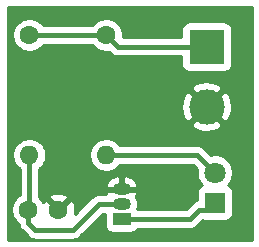
<source format=gbr>
G04 #@! TF.GenerationSoftware,KiCad,Pcbnew,(5.1.5)-3*
G04 #@! TF.CreationDate,2020-11-04T23:24:00+03:00*
G04 #@! TF.ProjectId,dark dedector,6461726b-2064-4656-9465-63746f722e6b,rev?*
G04 #@! TF.SameCoordinates,Original*
G04 #@! TF.FileFunction,Copper,L2,Bot*
G04 #@! TF.FilePolarity,Positive*
%FSLAX46Y46*%
G04 Gerber Fmt 4.6, Leading zero omitted, Abs format (unit mm)*
G04 Created by KiCad (PCBNEW (5.1.5)-3) date 2020-11-04 23:24:00*
%MOMM*%
%LPD*%
G04 APERTURE LIST*
%ADD10O,1.600000X1.600000*%
%ADD11C,1.600000*%
%ADD12R,3.000000X3.000000*%
%ADD13C,3.000000*%
%ADD14R,1.800000X1.800000*%
%ADD15C,1.800000*%
%ADD16O,1.500000X1.050000*%
%ADD17R,1.500000X1.050000*%
%ADD18C,0.400000*%
%ADD19C,0.254000*%
G04 APERTURE END LIST*
D10*
X90000000Y-83160000D03*
D11*
X90000000Y-73000000D03*
D10*
X83500000Y-83160000D03*
D11*
X83500000Y-73000000D03*
D12*
X98500000Y-74000000D03*
D13*
X98500000Y-79080000D03*
D14*
X99200000Y-87200000D03*
D15*
X99200000Y-84660000D03*
D16*
X91300000Y-87330000D03*
X91300000Y-86060000D03*
D17*
X91300000Y-88600000D03*
D11*
X83400000Y-87800000D03*
X85940000Y-87800000D03*
D18*
X91000000Y-74000000D02*
X90000000Y-73000000D01*
X98500000Y-74000000D02*
X91000000Y-74000000D01*
X90000000Y-73000000D02*
X83500000Y-73000000D01*
X91300000Y-88600000D02*
X97100000Y-88600000D01*
X97100000Y-88600000D02*
X97900000Y-87800000D01*
X98600000Y-87800000D02*
X99200000Y-87200000D01*
X97900000Y-87800000D02*
X98600000Y-87800000D01*
X97700000Y-83160000D02*
X99200000Y-84660000D01*
X90000000Y-83160000D02*
X97700000Y-83160000D01*
X83500000Y-87700000D02*
X83400000Y-87800000D01*
X83500000Y-83160000D02*
X83500000Y-87700000D01*
X83400000Y-88931370D02*
X83968630Y-89500000D01*
X83400000Y-87800000D02*
X83400000Y-88931370D01*
X83968630Y-89500000D02*
X87200000Y-89500000D01*
X89370000Y-87330000D02*
X91300000Y-87330000D01*
X87200000Y-89500000D02*
X89370000Y-87330000D01*
D19*
G36*
X102340001Y-90340000D02*
G01*
X81660000Y-90340000D01*
X81660000Y-87658665D01*
X81965000Y-87658665D01*
X81965000Y-87941335D01*
X82020147Y-88218574D01*
X82128320Y-88479727D01*
X82285363Y-88714759D01*
X82485241Y-88914637D01*
X82564530Y-88967616D01*
X82577082Y-89095058D01*
X82624828Y-89252456D01*
X82702364Y-89397515D01*
X82702365Y-89397516D01*
X82806710Y-89524661D01*
X82838574Y-89550811D01*
X83349188Y-90061426D01*
X83375339Y-90093291D01*
X83502484Y-90197636D01*
X83647543Y-90275172D01*
X83804941Y-90322918D01*
X83927611Y-90335000D01*
X83927621Y-90335000D01*
X83968629Y-90339039D01*
X84009637Y-90335000D01*
X87158982Y-90335000D01*
X87200000Y-90339040D01*
X87241018Y-90335000D01*
X87241019Y-90335000D01*
X87363689Y-90322918D01*
X87521087Y-90275172D01*
X87666146Y-90197636D01*
X87793291Y-90093291D01*
X87819446Y-90061421D01*
X89715868Y-88165000D01*
X89911928Y-88165000D01*
X89911928Y-89125000D01*
X89924188Y-89249482D01*
X89960498Y-89369180D01*
X90019463Y-89479494D01*
X90098815Y-89576185D01*
X90195506Y-89655537D01*
X90305820Y-89714502D01*
X90425518Y-89750812D01*
X90550000Y-89763072D01*
X92050000Y-89763072D01*
X92174482Y-89750812D01*
X92294180Y-89714502D01*
X92404494Y-89655537D01*
X92501185Y-89576185D01*
X92580537Y-89479494D01*
X92604320Y-89435000D01*
X97058982Y-89435000D01*
X97100000Y-89439040D01*
X97141018Y-89435000D01*
X97141019Y-89435000D01*
X97263689Y-89422918D01*
X97421087Y-89375172D01*
X97566146Y-89297636D01*
X97693291Y-89193291D01*
X97719445Y-89161422D01*
X98159819Y-88721050D01*
X98175518Y-88725812D01*
X98300000Y-88738072D01*
X100100000Y-88738072D01*
X100224482Y-88725812D01*
X100344180Y-88689502D01*
X100454494Y-88630537D01*
X100551185Y-88551185D01*
X100630537Y-88454494D01*
X100689502Y-88344180D01*
X100725812Y-88224482D01*
X100738072Y-88100000D01*
X100738072Y-86300000D01*
X100725812Y-86175518D01*
X100689502Y-86055820D01*
X100630537Y-85945506D01*
X100551185Y-85848815D01*
X100454494Y-85769463D01*
X100344180Y-85710498D01*
X100325873Y-85704944D01*
X100392312Y-85638505D01*
X100560299Y-85387095D01*
X100676011Y-85107743D01*
X100735000Y-84811184D01*
X100735000Y-84508816D01*
X100676011Y-84212257D01*
X100560299Y-83932905D01*
X100392312Y-83681495D01*
X100178505Y-83467688D01*
X99927095Y-83299701D01*
X99647743Y-83183989D01*
X99351184Y-83125000D01*
X99048816Y-83125000D01*
X98879539Y-83158671D01*
X98319446Y-82598579D01*
X98293291Y-82566709D01*
X98166146Y-82462364D01*
X98021087Y-82384828D01*
X97863689Y-82337082D01*
X97741019Y-82325000D01*
X97741018Y-82325000D01*
X97700000Y-82320960D01*
X97658982Y-82325000D01*
X91167930Y-82325000D01*
X91114637Y-82245241D01*
X90914759Y-82045363D01*
X90679727Y-81888320D01*
X90418574Y-81780147D01*
X90141335Y-81725000D01*
X89858665Y-81725000D01*
X89581426Y-81780147D01*
X89320273Y-81888320D01*
X89085241Y-82045363D01*
X88885363Y-82245241D01*
X88728320Y-82480273D01*
X88620147Y-82741426D01*
X88565000Y-83018665D01*
X88565000Y-83301335D01*
X88620147Y-83578574D01*
X88728320Y-83839727D01*
X88885363Y-84074759D01*
X89085241Y-84274637D01*
X89320273Y-84431680D01*
X89581426Y-84539853D01*
X89858665Y-84595000D01*
X90141335Y-84595000D01*
X90418574Y-84539853D01*
X90679727Y-84431680D01*
X90914759Y-84274637D01*
X91114637Y-84074759D01*
X91167930Y-83995000D01*
X97354133Y-83995000D01*
X97698671Y-84339539D01*
X97665000Y-84508816D01*
X97665000Y-84811184D01*
X97723989Y-85107743D01*
X97839701Y-85387095D01*
X98007688Y-85638505D01*
X98074127Y-85704944D01*
X98055820Y-85710498D01*
X97945506Y-85769463D01*
X97848815Y-85848815D01*
X97769463Y-85945506D01*
X97710498Y-86055820D01*
X97674188Y-86175518D01*
X97661928Y-86300000D01*
X97661928Y-86999646D01*
X97578913Y-87024828D01*
X97433854Y-87102364D01*
X97355932Y-87166313D01*
X97306709Y-87206709D01*
X97280563Y-87238568D01*
X96754132Y-87765000D01*
X92605240Y-87765000D01*
X92668215Y-87557400D01*
X92690612Y-87330000D01*
X92668215Y-87102600D01*
X92601885Y-86883940D01*
X92501071Y-86695331D01*
X92542275Y-86636882D01*
X92635272Y-86427337D01*
X92643964Y-86365810D01*
X92518163Y-86187000D01*
X91753109Y-86187000D01*
X91752400Y-86186785D01*
X91581979Y-86170000D01*
X91018021Y-86170000D01*
X90847600Y-86186785D01*
X90846891Y-86187000D01*
X90081837Y-86187000D01*
X89956036Y-86365810D01*
X89964728Y-86427337D01*
X89994757Y-86495000D01*
X89411007Y-86495000D01*
X89369999Y-86490961D01*
X89328991Y-86495000D01*
X89328981Y-86495000D01*
X89206311Y-86507082D01*
X89048913Y-86554828D01*
X88903854Y-86632364D01*
X88776709Y-86736709D01*
X88750559Y-86768573D01*
X87319128Y-88200005D01*
X87366300Y-88011816D01*
X87380217Y-87729488D01*
X87338787Y-87449870D01*
X87243603Y-87183708D01*
X87176671Y-87058486D01*
X86932702Y-86986903D01*
X86119605Y-87800000D01*
X86133748Y-87814143D01*
X85954143Y-87993748D01*
X85940000Y-87979605D01*
X85925858Y-87993748D01*
X85746253Y-87814143D01*
X85760395Y-87800000D01*
X84947298Y-86986903D01*
X84703329Y-87058486D01*
X84672806Y-87122992D01*
X84671680Y-87120273D01*
X84514637Y-86885241D01*
X84436694Y-86807298D01*
X85126903Y-86807298D01*
X85940000Y-87620395D01*
X86753097Y-86807298D01*
X86681514Y-86563329D01*
X86426004Y-86442429D01*
X86151816Y-86373700D01*
X85869488Y-86359783D01*
X85589870Y-86401213D01*
X85323708Y-86496397D01*
X85198486Y-86563329D01*
X85126903Y-86807298D01*
X84436694Y-86807298D01*
X84335000Y-86705604D01*
X84335000Y-85754190D01*
X89956036Y-85754190D01*
X90081837Y-85933000D01*
X91173000Y-85933000D01*
X91173000Y-85053402D01*
X91427000Y-85053402D01*
X91427000Y-85933000D01*
X92518163Y-85933000D01*
X92643964Y-85754190D01*
X92635272Y-85692663D01*
X92542275Y-85483118D01*
X92410184Y-85295742D01*
X92244076Y-85137736D01*
X92050334Y-85015172D01*
X91836404Y-84932761D01*
X91610507Y-84893669D01*
X91427000Y-85053402D01*
X91173000Y-85053402D01*
X90989493Y-84893669D01*
X90763596Y-84932761D01*
X90549666Y-85015172D01*
X90355924Y-85137736D01*
X90189816Y-85295742D01*
X90057725Y-85483118D01*
X89964728Y-85692663D01*
X89956036Y-85754190D01*
X84335000Y-85754190D01*
X84335000Y-84327930D01*
X84414759Y-84274637D01*
X84614637Y-84074759D01*
X84771680Y-83839727D01*
X84879853Y-83578574D01*
X84935000Y-83301335D01*
X84935000Y-83018665D01*
X84879853Y-82741426D01*
X84771680Y-82480273D01*
X84614637Y-82245241D01*
X84414759Y-82045363D01*
X84179727Y-81888320D01*
X83918574Y-81780147D01*
X83641335Y-81725000D01*
X83358665Y-81725000D01*
X83081426Y-81780147D01*
X82820273Y-81888320D01*
X82585241Y-82045363D01*
X82385363Y-82245241D01*
X82228320Y-82480273D01*
X82120147Y-82741426D01*
X82065000Y-83018665D01*
X82065000Y-83301335D01*
X82120147Y-83578574D01*
X82228320Y-83839727D01*
X82385363Y-84074759D01*
X82585241Y-84274637D01*
X82665000Y-84327930D01*
X82665001Y-86565252D01*
X82485241Y-86685363D01*
X82285363Y-86885241D01*
X82128320Y-87120273D01*
X82020147Y-87381426D01*
X81965000Y-87658665D01*
X81660000Y-87658665D01*
X81660000Y-80571653D01*
X97187952Y-80571653D01*
X97343962Y-80887214D01*
X97718745Y-81078020D01*
X98123551Y-81192044D01*
X98542824Y-81224902D01*
X98960451Y-81175334D01*
X99360383Y-81045243D01*
X99656038Y-80887214D01*
X99812048Y-80571653D01*
X98500000Y-79259605D01*
X97187952Y-80571653D01*
X81660000Y-80571653D01*
X81660000Y-79122824D01*
X96355098Y-79122824D01*
X96404666Y-79540451D01*
X96534757Y-79940383D01*
X96692786Y-80236038D01*
X97008347Y-80392048D01*
X98320395Y-79080000D01*
X98679605Y-79080000D01*
X99991653Y-80392048D01*
X100307214Y-80236038D01*
X100498020Y-79861255D01*
X100612044Y-79456449D01*
X100644902Y-79037176D01*
X100595334Y-78619549D01*
X100465243Y-78219617D01*
X100307214Y-77923962D01*
X99991653Y-77767952D01*
X98679605Y-79080000D01*
X98320395Y-79080000D01*
X97008347Y-77767952D01*
X96692786Y-77923962D01*
X96501980Y-78298745D01*
X96387956Y-78703551D01*
X96355098Y-79122824D01*
X81660000Y-79122824D01*
X81660000Y-77588347D01*
X97187952Y-77588347D01*
X98500000Y-78900395D01*
X99812048Y-77588347D01*
X99656038Y-77272786D01*
X99281255Y-77081980D01*
X98876449Y-76967956D01*
X98457176Y-76935098D01*
X98039549Y-76984666D01*
X97639617Y-77114757D01*
X97343962Y-77272786D01*
X97187952Y-77588347D01*
X81660000Y-77588347D01*
X81660000Y-72858665D01*
X82065000Y-72858665D01*
X82065000Y-73141335D01*
X82120147Y-73418574D01*
X82228320Y-73679727D01*
X82385363Y-73914759D01*
X82585241Y-74114637D01*
X82820273Y-74271680D01*
X83081426Y-74379853D01*
X83358665Y-74435000D01*
X83641335Y-74435000D01*
X83918574Y-74379853D01*
X84179727Y-74271680D01*
X84414759Y-74114637D01*
X84614637Y-73914759D01*
X84667930Y-73835000D01*
X88832070Y-73835000D01*
X88885363Y-73914759D01*
X89085241Y-74114637D01*
X89320273Y-74271680D01*
X89581426Y-74379853D01*
X89858665Y-74435000D01*
X90141335Y-74435000D01*
X90235417Y-74416286D01*
X90380563Y-74561432D01*
X90406709Y-74593291D01*
X90533854Y-74697636D01*
X90678913Y-74775172D01*
X90836311Y-74822918D01*
X90958981Y-74835000D01*
X90958982Y-74835000D01*
X91000000Y-74839040D01*
X91041018Y-74835000D01*
X96361928Y-74835000D01*
X96361928Y-75500000D01*
X96374188Y-75624482D01*
X96410498Y-75744180D01*
X96469463Y-75854494D01*
X96548815Y-75951185D01*
X96645506Y-76030537D01*
X96755820Y-76089502D01*
X96875518Y-76125812D01*
X97000000Y-76138072D01*
X100000000Y-76138072D01*
X100124482Y-76125812D01*
X100244180Y-76089502D01*
X100354494Y-76030537D01*
X100451185Y-75951185D01*
X100530537Y-75854494D01*
X100589502Y-75744180D01*
X100625812Y-75624482D01*
X100638072Y-75500000D01*
X100638072Y-72500000D01*
X100625812Y-72375518D01*
X100589502Y-72255820D01*
X100530537Y-72145506D01*
X100451185Y-72048815D01*
X100354494Y-71969463D01*
X100244180Y-71910498D01*
X100124482Y-71874188D01*
X100000000Y-71861928D01*
X97000000Y-71861928D01*
X96875518Y-71874188D01*
X96755820Y-71910498D01*
X96645506Y-71969463D01*
X96548815Y-72048815D01*
X96469463Y-72145506D01*
X96410498Y-72255820D01*
X96374188Y-72375518D01*
X96361928Y-72500000D01*
X96361928Y-73165000D01*
X91430293Y-73165000D01*
X91435000Y-73141335D01*
X91435000Y-72858665D01*
X91379853Y-72581426D01*
X91271680Y-72320273D01*
X91114637Y-72085241D01*
X90914759Y-71885363D01*
X90679727Y-71728320D01*
X90418574Y-71620147D01*
X90141335Y-71565000D01*
X89858665Y-71565000D01*
X89581426Y-71620147D01*
X89320273Y-71728320D01*
X89085241Y-71885363D01*
X88885363Y-72085241D01*
X88832070Y-72165000D01*
X84667930Y-72165000D01*
X84614637Y-72085241D01*
X84414759Y-71885363D01*
X84179727Y-71728320D01*
X83918574Y-71620147D01*
X83641335Y-71565000D01*
X83358665Y-71565000D01*
X83081426Y-71620147D01*
X82820273Y-71728320D01*
X82585241Y-71885363D01*
X82385363Y-72085241D01*
X82228320Y-72320273D01*
X82120147Y-72581426D01*
X82065000Y-72858665D01*
X81660000Y-72858665D01*
X81660000Y-70660000D01*
X102340000Y-70660000D01*
X102340001Y-90340000D01*
G37*
X102340001Y-90340000D02*
X81660000Y-90340000D01*
X81660000Y-87658665D01*
X81965000Y-87658665D01*
X81965000Y-87941335D01*
X82020147Y-88218574D01*
X82128320Y-88479727D01*
X82285363Y-88714759D01*
X82485241Y-88914637D01*
X82564530Y-88967616D01*
X82577082Y-89095058D01*
X82624828Y-89252456D01*
X82702364Y-89397515D01*
X82702365Y-89397516D01*
X82806710Y-89524661D01*
X82838574Y-89550811D01*
X83349188Y-90061426D01*
X83375339Y-90093291D01*
X83502484Y-90197636D01*
X83647543Y-90275172D01*
X83804941Y-90322918D01*
X83927611Y-90335000D01*
X83927621Y-90335000D01*
X83968629Y-90339039D01*
X84009637Y-90335000D01*
X87158982Y-90335000D01*
X87200000Y-90339040D01*
X87241018Y-90335000D01*
X87241019Y-90335000D01*
X87363689Y-90322918D01*
X87521087Y-90275172D01*
X87666146Y-90197636D01*
X87793291Y-90093291D01*
X87819446Y-90061421D01*
X89715868Y-88165000D01*
X89911928Y-88165000D01*
X89911928Y-89125000D01*
X89924188Y-89249482D01*
X89960498Y-89369180D01*
X90019463Y-89479494D01*
X90098815Y-89576185D01*
X90195506Y-89655537D01*
X90305820Y-89714502D01*
X90425518Y-89750812D01*
X90550000Y-89763072D01*
X92050000Y-89763072D01*
X92174482Y-89750812D01*
X92294180Y-89714502D01*
X92404494Y-89655537D01*
X92501185Y-89576185D01*
X92580537Y-89479494D01*
X92604320Y-89435000D01*
X97058982Y-89435000D01*
X97100000Y-89439040D01*
X97141018Y-89435000D01*
X97141019Y-89435000D01*
X97263689Y-89422918D01*
X97421087Y-89375172D01*
X97566146Y-89297636D01*
X97693291Y-89193291D01*
X97719445Y-89161422D01*
X98159819Y-88721050D01*
X98175518Y-88725812D01*
X98300000Y-88738072D01*
X100100000Y-88738072D01*
X100224482Y-88725812D01*
X100344180Y-88689502D01*
X100454494Y-88630537D01*
X100551185Y-88551185D01*
X100630537Y-88454494D01*
X100689502Y-88344180D01*
X100725812Y-88224482D01*
X100738072Y-88100000D01*
X100738072Y-86300000D01*
X100725812Y-86175518D01*
X100689502Y-86055820D01*
X100630537Y-85945506D01*
X100551185Y-85848815D01*
X100454494Y-85769463D01*
X100344180Y-85710498D01*
X100325873Y-85704944D01*
X100392312Y-85638505D01*
X100560299Y-85387095D01*
X100676011Y-85107743D01*
X100735000Y-84811184D01*
X100735000Y-84508816D01*
X100676011Y-84212257D01*
X100560299Y-83932905D01*
X100392312Y-83681495D01*
X100178505Y-83467688D01*
X99927095Y-83299701D01*
X99647743Y-83183989D01*
X99351184Y-83125000D01*
X99048816Y-83125000D01*
X98879539Y-83158671D01*
X98319446Y-82598579D01*
X98293291Y-82566709D01*
X98166146Y-82462364D01*
X98021087Y-82384828D01*
X97863689Y-82337082D01*
X97741019Y-82325000D01*
X97741018Y-82325000D01*
X97700000Y-82320960D01*
X97658982Y-82325000D01*
X91167930Y-82325000D01*
X91114637Y-82245241D01*
X90914759Y-82045363D01*
X90679727Y-81888320D01*
X90418574Y-81780147D01*
X90141335Y-81725000D01*
X89858665Y-81725000D01*
X89581426Y-81780147D01*
X89320273Y-81888320D01*
X89085241Y-82045363D01*
X88885363Y-82245241D01*
X88728320Y-82480273D01*
X88620147Y-82741426D01*
X88565000Y-83018665D01*
X88565000Y-83301335D01*
X88620147Y-83578574D01*
X88728320Y-83839727D01*
X88885363Y-84074759D01*
X89085241Y-84274637D01*
X89320273Y-84431680D01*
X89581426Y-84539853D01*
X89858665Y-84595000D01*
X90141335Y-84595000D01*
X90418574Y-84539853D01*
X90679727Y-84431680D01*
X90914759Y-84274637D01*
X91114637Y-84074759D01*
X91167930Y-83995000D01*
X97354133Y-83995000D01*
X97698671Y-84339539D01*
X97665000Y-84508816D01*
X97665000Y-84811184D01*
X97723989Y-85107743D01*
X97839701Y-85387095D01*
X98007688Y-85638505D01*
X98074127Y-85704944D01*
X98055820Y-85710498D01*
X97945506Y-85769463D01*
X97848815Y-85848815D01*
X97769463Y-85945506D01*
X97710498Y-86055820D01*
X97674188Y-86175518D01*
X97661928Y-86300000D01*
X97661928Y-86999646D01*
X97578913Y-87024828D01*
X97433854Y-87102364D01*
X97355932Y-87166313D01*
X97306709Y-87206709D01*
X97280563Y-87238568D01*
X96754132Y-87765000D01*
X92605240Y-87765000D01*
X92668215Y-87557400D01*
X92690612Y-87330000D01*
X92668215Y-87102600D01*
X92601885Y-86883940D01*
X92501071Y-86695331D01*
X92542275Y-86636882D01*
X92635272Y-86427337D01*
X92643964Y-86365810D01*
X92518163Y-86187000D01*
X91753109Y-86187000D01*
X91752400Y-86186785D01*
X91581979Y-86170000D01*
X91018021Y-86170000D01*
X90847600Y-86186785D01*
X90846891Y-86187000D01*
X90081837Y-86187000D01*
X89956036Y-86365810D01*
X89964728Y-86427337D01*
X89994757Y-86495000D01*
X89411007Y-86495000D01*
X89369999Y-86490961D01*
X89328991Y-86495000D01*
X89328981Y-86495000D01*
X89206311Y-86507082D01*
X89048913Y-86554828D01*
X88903854Y-86632364D01*
X88776709Y-86736709D01*
X88750559Y-86768573D01*
X87319128Y-88200005D01*
X87366300Y-88011816D01*
X87380217Y-87729488D01*
X87338787Y-87449870D01*
X87243603Y-87183708D01*
X87176671Y-87058486D01*
X86932702Y-86986903D01*
X86119605Y-87800000D01*
X86133748Y-87814143D01*
X85954143Y-87993748D01*
X85940000Y-87979605D01*
X85925858Y-87993748D01*
X85746253Y-87814143D01*
X85760395Y-87800000D01*
X84947298Y-86986903D01*
X84703329Y-87058486D01*
X84672806Y-87122992D01*
X84671680Y-87120273D01*
X84514637Y-86885241D01*
X84436694Y-86807298D01*
X85126903Y-86807298D01*
X85940000Y-87620395D01*
X86753097Y-86807298D01*
X86681514Y-86563329D01*
X86426004Y-86442429D01*
X86151816Y-86373700D01*
X85869488Y-86359783D01*
X85589870Y-86401213D01*
X85323708Y-86496397D01*
X85198486Y-86563329D01*
X85126903Y-86807298D01*
X84436694Y-86807298D01*
X84335000Y-86705604D01*
X84335000Y-85754190D01*
X89956036Y-85754190D01*
X90081837Y-85933000D01*
X91173000Y-85933000D01*
X91173000Y-85053402D01*
X91427000Y-85053402D01*
X91427000Y-85933000D01*
X92518163Y-85933000D01*
X92643964Y-85754190D01*
X92635272Y-85692663D01*
X92542275Y-85483118D01*
X92410184Y-85295742D01*
X92244076Y-85137736D01*
X92050334Y-85015172D01*
X91836404Y-84932761D01*
X91610507Y-84893669D01*
X91427000Y-85053402D01*
X91173000Y-85053402D01*
X90989493Y-84893669D01*
X90763596Y-84932761D01*
X90549666Y-85015172D01*
X90355924Y-85137736D01*
X90189816Y-85295742D01*
X90057725Y-85483118D01*
X89964728Y-85692663D01*
X89956036Y-85754190D01*
X84335000Y-85754190D01*
X84335000Y-84327930D01*
X84414759Y-84274637D01*
X84614637Y-84074759D01*
X84771680Y-83839727D01*
X84879853Y-83578574D01*
X84935000Y-83301335D01*
X84935000Y-83018665D01*
X84879853Y-82741426D01*
X84771680Y-82480273D01*
X84614637Y-82245241D01*
X84414759Y-82045363D01*
X84179727Y-81888320D01*
X83918574Y-81780147D01*
X83641335Y-81725000D01*
X83358665Y-81725000D01*
X83081426Y-81780147D01*
X82820273Y-81888320D01*
X82585241Y-82045363D01*
X82385363Y-82245241D01*
X82228320Y-82480273D01*
X82120147Y-82741426D01*
X82065000Y-83018665D01*
X82065000Y-83301335D01*
X82120147Y-83578574D01*
X82228320Y-83839727D01*
X82385363Y-84074759D01*
X82585241Y-84274637D01*
X82665000Y-84327930D01*
X82665001Y-86565252D01*
X82485241Y-86685363D01*
X82285363Y-86885241D01*
X82128320Y-87120273D01*
X82020147Y-87381426D01*
X81965000Y-87658665D01*
X81660000Y-87658665D01*
X81660000Y-80571653D01*
X97187952Y-80571653D01*
X97343962Y-80887214D01*
X97718745Y-81078020D01*
X98123551Y-81192044D01*
X98542824Y-81224902D01*
X98960451Y-81175334D01*
X99360383Y-81045243D01*
X99656038Y-80887214D01*
X99812048Y-80571653D01*
X98500000Y-79259605D01*
X97187952Y-80571653D01*
X81660000Y-80571653D01*
X81660000Y-79122824D01*
X96355098Y-79122824D01*
X96404666Y-79540451D01*
X96534757Y-79940383D01*
X96692786Y-80236038D01*
X97008347Y-80392048D01*
X98320395Y-79080000D01*
X98679605Y-79080000D01*
X99991653Y-80392048D01*
X100307214Y-80236038D01*
X100498020Y-79861255D01*
X100612044Y-79456449D01*
X100644902Y-79037176D01*
X100595334Y-78619549D01*
X100465243Y-78219617D01*
X100307214Y-77923962D01*
X99991653Y-77767952D01*
X98679605Y-79080000D01*
X98320395Y-79080000D01*
X97008347Y-77767952D01*
X96692786Y-77923962D01*
X96501980Y-78298745D01*
X96387956Y-78703551D01*
X96355098Y-79122824D01*
X81660000Y-79122824D01*
X81660000Y-77588347D01*
X97187952Y-77588347D01*
X98500000Y-78900395D01*
X99812048Y-77588347D01*
X99656038Y-77272786D01*
X99281255Y-77081980D01*
X98876449Y-76967956D01*
X98457176Y-76935098D01*
X98039549Y-76984666D01*
X97639617Y-77114757D01*
X97343962Y-77272786D01*
X97187952Y-77588347D01*
X81660000Y-77588347D01*
X81660000Y-72858665D01*
X82065000Y-72858665D01*
X82065000Y-73141335D01*
X82120147Y-73418574D01*
X82228320Y-73679727D01*
X82385363Y-73914759D01*
X82585241Y-74114637D01*
X82820273Y-74271680D01*
X83081426Y-74379853D01*
X83358665Y-74435000D01*
X83641335Y-74435000D01*
X83918574Y-74379853D01*
X84179727Y-74271680D01*
X84414759Y-74114637D01*
X84614637Y-73914759D01*
X84667930Y-73835000D01*
X88832070Y-73835000D01*
X88885363Y-73914759D01*
X89085241Y-74114637D01*
X89320273Y-74271680D01*
X89581426Y-74379853D01*
X89858665Y-74435000D01*
X90141335Y-74435000D01*
X90235417Y-74416286D01*
X90380563Y-74561432D01*
X90406709Y-74593291D01*
X90533854Y-74697636D01*
X90678913Y-74775172D01*
X90836311Y-74822918D01*
X90958981Y-74835000D01*
X90958982Y-74835000D01*
X91000000Y-74839040D01*
X91041018Y-74835000D01*
X96361928Y-74835000D01*
X96361928Y-75500000D01*
X96374188Y-75624482D01*
X96410498Y-75744180D01*
X96469463Y-75854494D01*
X96548815Y-75951185D01*
X96645506Y-76030537D01*
X96755820Y-76089502D01*
X96875518Y-76125812D01*
X97000000Y-76138072D01*
X100000000Y-76138072D01*
X100124482Y-76125812D01*
X100244180Y-76089502D01*
X100354494Y-76030537D01*
X100451185Y-75951185D01*
X100530537Y-75854494D01*
X100589502Y-75744180D01*
X100625812Y-75624482D01*
X100638072Y-75500000D01*
X100638072Y-72500000D01*
X100625812Y-72375518D01*
X100589502Y-72255820D01*
X100530537Y-72145506D01*
X100451185Y-72048815D01*
X100354494Y-71969463D01*
X100244180Y-71910498D01*
X100124482Y-71874188D01*
X100000000Y-71861928D01*
X97000000Y-71861928D01*
X96875518Y-71874188D01*
X96755820Y-71910498D01*
X96645506Y-71969463D01*
X96548815Y-72048815D01*
X96469463Y-72145506D01*
X96410498Y-72255820D01*
X96374188Y-72375518D01*
X96361928Y-72500000D01*
X96361928Y-73165000D01*
X91430293Y-73165000D01*
X91435000Y-73141335D01*
X91435000Y-72858665D01*
X91379853Y-72581426D01*
X91271680Y-72320273D01*
X91114637Y-72085241D01*
X90914759Y-71885363D01*
X90679727Y-71728320D01*
X90418574Y-71620147D01*
X90141335Y-71565000D01*
X89858665Y-71565000D01*
X89581426Y-71620147D01*
X89320273Y-71728320D01*
X89085241Y-71885363D01*
X88885363Y-72085241D01*
X88832070Y-72165000D01*
X84667930Y-72165000D01*
X84614637Y-72085241D01*
X84414759Y-71885363D01*
X84179727Y-71728320D01*
X83918574Y-71620147D01*
X83641335Y-71565000D01*
X83358665Y-71565000D01*
X83081426Y-71620147D01*
X82820273Y-71728320D01*
X82585241Y-71885363D01*
X82385363Y-72085241D01*
X82228320Y-72320273D01*
X82120147Y-72581426D01*
X82065000Y-72858665D01*
X81660000Y-72858665D01*
X81660000Y-70660000D01*
X102340000Y-70660000D01*
X102340001Y-90340000D01*
M02*

</source>
